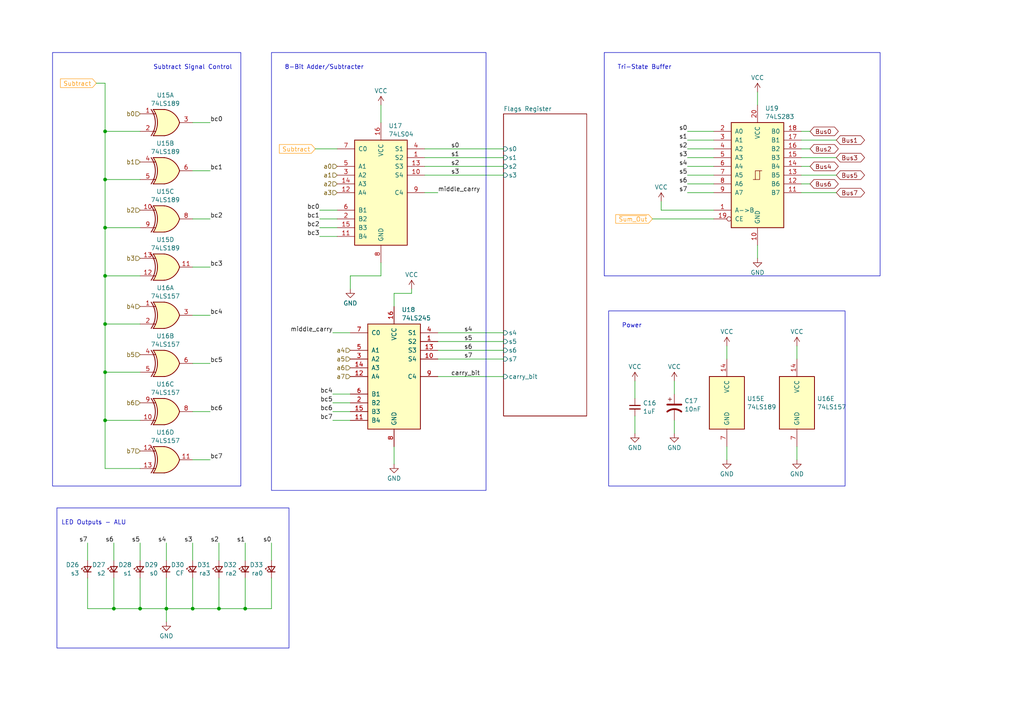
<source format=kicad_sch>
(kicad_sch (version 20230121) (generator eeschema)
  (paper "A4")
  (title_block (title "ALU") (date "2024-01-18") (rev "1.0"))
  (lib_symbols
    (symbol "74xx:74LS245" (pin_names (offset 1.016))
      (property "Reference" "U14" (at 2.1941 19.3843 0))
      (property "Value" "74LS245" (at 2.1941 16.9601 0))
      (symbol "74LS245_1_0"
        (polyline (pts (xy -0.635 -1.27) (xy -0.635 1.27) (xy 0.635 1.27)))
        (polyline (pts (xy -1.27 -1.27) (xy 0.635 -1.27) (xy 0.635 1.27) (xy 1.27 1.27)))
        (pin input line (at -12.7 -10.16 0) (length 5.08) (name "A->B") (number "1"))
        (pin power_in line (at 0 -20.32 90) (length 5.08) (name "GND") (number "10"))
        (pin tri_state line (at 12.7 -5.08 180) (length 5.08) (name "B7") (number "11"))
        (pin tri_state line (at 12.7 -2.54 180) (length 5.08) (name "B6") (number "12"))
        (pin tri_state line (at 12.7 0 180) (length 5.08) (name "B5") (number "13"))
        (pin tri_state line (at 12.7 2.54 180) (length 5.08) (name "B4") (number "14"))
        (pin tri_state line (at 12.7 5.08 180) (length 5.08) (name "B3") (number "15"))
        (pin tri_state line (at 12.7 7.62 180) (length 5.08) (name "B2") (number "16"))
        (pin tri_state line (at 12.7 10.16 180) (length 5.08) (name "B1") (number "17"))
        (pin tri_state line (at 12.7 12.7 180) (length 5.08) (name "B0") (number "18"))
        (pin input inverted (at -12.7 -12.7 0) (length 5.08) (name "CE") (number "19"))
        (pin input line (at -12.7 12.7 0) (length 5.08) (name "A0") (number "2"))
        (pin power_in line (at 0 20.32 270) (length 5.08) (name "VCC") (number "20"))
        (pin input line (at -12.7 10.16 0) (length 5.08) (name "A1") (number "3"))
        (pin input line (at -12.7 7.62 0) (length 5.08) (name "A2") (number "4"))
        (pin input line (at -12.7 5.08 0) (length 5.08) (name "A3") (number "5"))
        (pin input line (at -12.7 2.54 0) (length 5.08) (name "A4") (number "6"))
        (pin input line (at -12.7 0 0) (length 5.08) (name "A5") (number "7"))
        (pin input line (at -12.7 -2.54 0) (length 5.08) (name "A6") (number "8"))
        (pin input line (at -12.7 -5.08 0) (length 5.08) (name "A7") (number "9"))
      )
      (symbol "74LS245_1_1"
        (rectangle (start -7.62 15.24) (end 7.62 -15.24) (stroke (width 0.254)) (fill (type background)))
      )
    )
    (symbol "74xx:74LS283" (pin_names (offset 1.016))
      (property "Reference" "U" (at -7.62 16.51 0))
      (property "Value" "74LS283" (at -7.62 -16.51 0))
      (symbol "74LS283_1_0"
        (pin output line (at 12.7 10.16 180) (length 5.08) (name "S2") (number "1"))
        (pin output line (at 12.7 5.08 180) (length 5.08) (name "S4") (number "10"))
        (pin input line (at -12.7 -12.7 0) (length 5.08) (name "B4") (number "11"))
        (pin input line (at -12.7 0 0) (length 5.08) (name "A4") (number "12"))
        (pin output line (at 12.7 7.62 180) (length 5.08) (name "S3") (number "13"))
        (pin input line (at -12.7 2.54 0) (length 5.08) (name "A3") (number "14"))
        (pin input line (at -12.7 -10.16 0) (length 5.08) (name "B3") (number "15"))
        (pin power_in line (at 0 20.32 270) (length 5.08) (name "VCC") (number "16"))
        (pin input line (at -12.7 -7.62 0) (length 5.08) (name "B2") (number "2"))
        (pin input line (at -12.7 5.08 0) (length 5.08) (name "A2") (number "3"))
        (pin output line (at 12.7 12.7 180) (length 5.08) (name "S1") (number "4"))
        (pin input line (at -12.7 7.62 0) (length 5.08) (name "A1") (number "5"))
        (pin input line (at -12.7 -5.08 0) (length 5.08) (name "B1") (number "6"))
        (pin input line (at -12.7 12.7 0) (length 5.08) (name "C0") (number "7"))
        (pin power_in line (at 0 -20.32 90) (length 5.08) (name "GND") (number "8"))
        (pin output line (at 12.7 0 180) (length 5.08) (name "C4") (number "9"))
      )
      (symbol "74LS283_1_1"
        (rectangle (start -7.62 15.24) (end 7.62 -15.24) (stroke (width 0.254)) (fill (type background)))
      )
    )
    (symbol "74xx:74LS86" (pin_names (offset 1.016))
      (property "Reference" "U" (at 0 1.27 0))
      (property "Value" "74LS86" (at 0 -1.27 0))
      (symbol "74LS86_1_0"
        (arc (start -4.4196 -3.81) (mid -3.2033 0) (end -4.4196 3.81) (stroke (width 0.254)))
        (arc (start -3.81 -3.81) (mid -2.589 0) (end -3.81 3.81) (stroke (width 0.254)))
        (arc (start -0.6096 -3.81) (mid 2.1842 -2.5851) (end 3.81 0) (stroke (width 0.254)) (fill (type background)))
        (polyline (pts (xy -3.81 -3.81) (xy -0.635 -3.81)) (stroke (width 0.254)) (fill (type background)))
        (polyline (pts (xy -3.81 3.81) (xy -0.635 3.81)) (stroke (width 0.254)) (fill (type background)))
        (polyline (pts (xy -0.635 3.81) (xy -3.81 3.81) (xy -3.81 3.81) (xy -3.556 3.4036) (xy -3.0226 2.2606) (xy -2.6924 1.0414) (xy -2.6162 -0.254) (xy -2.7686 -1.4986) (xy -3.175 -2.7178) (xy -3.81 -3.81) (xy -3.81 -3.81) (xy -0.635 -3.81)) (stroke (width -25.4)) (fill (type background)))
        (arc (start 3.81 0) (mid 2.1915 2.5936) (end -0.6096 3.81) (stroke (width 0.254)) (fill (type background)))
        (pin input line (at -7.62 2.54 0) (length 4.445) (name "~") (number "1"))
        (pin input line (at -7.62 -2.54 0) (length 4.445) (name "~") (number "2"))
        (pin output line (at 7.62 0 180) (length 3.81) (name "~") (number "3"))
      )
      (symbol "74LS86_1_1"
        (polyline (pts (xy -3.81 -2.54) (xy -3.175 -2.54)) (stroke (width 0.1524)))
        (polyline (pts (xy -3.81 2.54) (xy -3.175 2.54)) (stroke (width 0.1524)))
      )
      (symbol "74LS86_2_0"
        (arc (start -4.4196 -3.81) (mid -3.2033 0) (end -4.4196 3.81) (stroke (width 0.254)))
        (arc (start -3.81 -3.81) (mid -2.589 0) (end -3.81 3.81) (stroke (width 0.254)))
        (arc (start -0.6096 -3.81) (mid 2.1842 -2.5851) (end 3.81 0) (stroke (width 0.254)) (fill (type background)))
        (polyline (pts (xy -3.81 -3.81) (xy -0.635 -3.81)) (stroke (width 0.254)) (fill (type background)))
        (polyline (pts (xy -3.81 3.81) (xy -0.635 3.81)) (stroke (width 0.254)) (fill (type background)))
        (polyline (pts (xy -0.635 3.81) (xy -3.81 3.81) (xy -3.81 3.81) (xy -3.556 3.4036) (xy -3.0226 2.2606) (xy -2.6924 1.0414) (xy -2.6162 -0.254) (xy -2.7686 -1.4986) (xy -3.175 -2.7178) (xy -3.81 -3.81) (xy -3.81 -3.81) (xy -0.635 -3.81)) (stroke (width -25.4)) (fill (type background)))
        (arc (start 3.81 0) (mid 2.1915 2.5936) (end -0.6096 3.81) (stroke (width 0.254)) (fill (type background)))
        (pin input line (at -7.62 2.54 0) (length 4.445) (name "~") (number "4"))
        (pin input line (at -7.62 -2.54 0) (length 4.445) (name "~") (number "5"))
        (pin output line (at 7.62 0 180) (length 3.81) (name "~") (number "6"))
      )
      (symbol "74LS86_2_1"
        (polyline (pts (xy -3.81 -2.54) (xy -3.175 -2.54)) (stroke (width 0.1524)))
        (polyline (pts (xy -3.81 2.54) (xy -3.175 2.54)) (stroke (width 0.1524)))
      )
      (symbol "74LS86_3_0"
        (arc (start -4.4196 -3.81) (mid -3.2033 0) (end -4.4196 3.81) (stroke (width 0.254)))
        (arc (start -3.81 -3.81) (mid -2.589 0) (end -3.81 3.81) (stroke (width 0.254)))
        (arc (start -0.6096 -3.81) (mid 2.1842 -2.5851) (end 3.81 0) (stroke (width 0.254)) (fill (type background)))
        (polyline (pts (xy -3.81 -3.81) (xy -0.635 -3.81)) (stroke (width 0.254)) (fill (type background)))
        (polyline (pts (xy -3.81 3.81) (xy -0.635 3.81)) (stroke (width 0.254)) (fill (type background)))
        (polyline (pts (xy -0.635 3.81) (xy -3.81 3.81) (xy -3.81 3.81) (xy -3.556 3.4036) (xy -3.0226 2.2606) (xy -2.6924 1.0414) (xy -2.6162 -0.254) (xy -2.7686 -1.4986) (xy -3.175 -2.7178) (xy -3.81 -3.81) (xy -3.81 -3.81) (xy -0.635 -3.81)) (stroke (width -25.4)) (fill (type background)))
        (arc (start 3.81 0) (mid 2.1915 2.5936) (end -0.6096 3.81) (stroke (width 0.254)) (fill (type background)))
        (pin input line (at -7.62 -2.54 0) (length 4.445) (name "~") (number "10"))
        (pin output line (at 7.62 0 180) (length 3.81) (name "~") (number "8"))
        (pin input line (at -7.62 2.54 0) (length 4.445) (name "~") (number "9"))
      )
      (symbol "74LS86_3_1"
        (polyline (pts (xy -3.81 -2.54) (xy -3.175 -2.54)) (stroke (width 0.1524)))
        (polyline (pts (xy -3.81 2.54) (xy -3.175 2.54)) (stroke (width 0.1524)))
      )
      (symbol "74LS86_4_0"
        (arc (start -4.4196 -3.81) (mid -3.2033 0) (end -4.4196 3.81) (stroke (width 0.254)))
        (arc (start -3.81 -3.81) (mid -2.589 0) (end -3.81 3.81) (stroke (width 0.254)))
        (arc (start -0.6096 -3.81) (mid 2.1842 -2.5851) (end 3.81 0) (stroke (width 0.254)) (fill (type background)))
        (polyline (pts (xy -3.81 -3.81) (xy -0.635 -3.81)) (stroke (width 0.254)) (fill (type background)))
        (polyline (pts (xy -3.81 3.81) (xy -0.635 3.81)) (stroke (width 0.254)) (fill (type background)))
        (polyline (pts (xy -0.635 3.81) (xy -3.81 3.81) (xy -3.81 3.81) (xy -3.556 3.4036) (xy -3.0226 2.2606) (xy -2.6924 1.0414) (xy -2.6162 -0.254) (xy -2.7686 -1.4986) (xy -3.175 -2.7178) (xy -3.81 -3.81) (xy -3.81 -3.81) (xy -0.635 -3.81)) (stroke (width -25.4)) (fill (type background)))
        (arc (start 3.81 0) (mid 2.1915 2.5936) (end -0.6096 3.81) (stroke (width 0.254)) (fill (type background)))
        (pin output line (at 7.62 0 180) (length 3.81) (name "~") (number "11"))
        (pin input line (at -7.62 2.54 0) (length 4.445) (name "~") (number "12"))
        (pin input line (at -7.62 -2.54 0) (length 4.445) (name "~") (number "13"))
      )
      (symbol "74LS86_4_1"
        (polyline (pts (xy -3.81 -2.54) (xy -3.175 -2.54)) (stroke (width 0.1524)))
        (polyline (pts (xy -3.81 2.54) (xy -3.175 2.54)) (stroke (width 0.1524)))
      )
      (symbol "74LS86_5_0"
        (pin power_in line (at 0 12.7 270) (length 5.08) (name "VCC") (number "14"))
        (pin power_in line (at 0 -12.7 90) (length 5.08) (name "GND") (number "7"))
      )
      (symbol "74LS86_5_1"
        (rectangle (start -5.08 7.62) (end 5.08 -7.62) (stroke (width 0.254)) (fill (type background)))
      )
    )
    (symbol "Device:C_Polarized_US" (pin_numbers hide) (pin_names (offset 0.254) hide)
      (property "Reference" "C" (at 0.635 2.54 0))
      (property "Value" "C_Polarized_US" (at 0.635 -2.54 0))
      (symbol "C_Polarized_US_0_1"
        (polyline (pts (xy -2.032 0.762) (xy 2.032 0.762)) (stroke (width 0.508)))
        (polyline (pts (xy -1.778 2.286) (xy -0.762 2.286)))
        (polyline (pts (xy -1.27 1.778) (xy -1.27 2.794)))
        (arc (start 2.032 -1.27) (mid 0 -0.5572) (end -2.032 -1.27) (stroke (width 0.508)))
      )
      (symbol "C_Polarized_US_1_1"
        (pin passive line (at 0 3.81 270) (length 2.794) (name "~") (number "1"))
        (pin passive line (at 0 -3.81 90) (length 3.302) (name "~") (number "2"))
      )
    )
    (symbol "Device:C_Small" (pin_numbers hide) (pin_names (offset 0.254) hide)
      (property "Reference" "C" (at 0.254 1.778 0))
      (property "Value" "C_Small" (at 0.254 -2.032 0))
      (symbol "C_Small_0_1"
        (polyline (pts (xy -1.524 -0.508) (xy 1.524 -0.508)) (stroke (width 0.3302)))
        (polyline (pts (xy -1.524 0.508) (xy 1.524 0.508)) (stroke (width 0.3048)))
      )
      (symbol "C_Small_1_1"
        (pin passive line (at 0 2.54 270) (length 2.032) (name "~") (number "1"))
        (pin passive line (at 0 -2.54 90) (length 2.032) (name "~") (number "2"))
      )
    )
    (symbol "Device:LED_Small" (pin_numbers hide) (pin_names (offset 0.254) hide)
      (property "Reference" "D" (at -1.27 3.175 0))
      (property "Value" "LED_Small" (at -4.445 -2.54 0))
      (symbol "LED_Small_0_1"
        (polyline (pts (xy -0.762 -1.016) (xy -0.762 1.016)) (stroke (width 0.254)))
        (polyline (pts (xy 1.016 0) (xy -0.762 0)))
        (polyline (pts (xy 0.762 -1.016) (xy -0.762 0) (xy 0.762 1.016) (xy 0.762 -1.016)) (stroke (width 0.254)))
        (polyline (pts (xy 0 0.762) (xy -0.508 1.27) (xy -0.254 1.27) (xy -0.508 1.27) (xy -0.508 1.016)))
        (polyline (pts (xy 0.508 1.27) (xy 0 1.778) (xy 0.254 1.778) (xy 0 1.778) (xy 0 1.524)))
      )
      (symbol "LED_Small_1_1"
        (pin passive line (at -2.54 0 0) (length 1.778) (name "K") (number "1"))
        (pin passive line (at 2.54 0 180) (length 1.778) (name "A") (number "2"))
      )
    )
    (symbol "power:GND" (power) (pin_names (offset 0))
      (property "Value" "GND" (at 0 -3.81 0))
      (symbol "GND_0_1"
        (polyline (pts (xy 0 0) (xy 0 -1.27) (xy 1.27 -1.27) (xy 0 -2.54) (xy -1.27 -1.27) (xy 0 -1.27)))
      )
      (symbol "GND_1_1"
        (pin power_in line (at 0 0 270) (length 0) hide (name "GND") (number "1"))
      )
    )
    (symbol "power:VCC" (power) (pin_names (offset 0))
      (property "Value" "VCC" (at 0 3.81 0))
      (symbol "VCC_0_1"
        (polyline (pts (xy -0.762 1.27) (xy 0 2.54)))
        (polyline (pts (xy 0 0) (xy 0 2.54)))
        (polyline (pts (xy 0 2.54) (xy 0.762 1.27)))
      )
      (symbol "VCC_1_1"
        (pin power_in line (at 0 0 90) (length 0) hide (name "VCC") (number "1"))
      )
    )
  )
  (junction (at 71.12 176.53))
  (junction (at 30.48 52.07))
  (junction (at 55.88 176.53))
  (junction (at 30.48 121.92))
  (junction (at 33.02 176.53))
  (junction (at 48.26 176.53))
  (junction (at 30.48 38.1))
  (junction (at 30.48 80.01))
  (junction (at 30.48 93.98))
  (junction (at 40.64 176.53))
  (junction (at 63.5 176.53))
  (junction (at 30.48 66.04))
  (junction (at 30.48 107.95))
  (wire (pts (xy 219.71 71.12) (xy 219.71 74.93)))
  (wire (pts (xy 110.49 80.01) (xy 110.49 76.2)))
  (wire (pts (xy 119.38 83.82) (xy 119.38 85.09)))
  (wire (pts (xy 101.6 116.84) (xy 96.52 116.84)))
  (wire (pts (xy 40.64 93.98) (xy 30.48 93.98)))
  (wire (pts (xy 78.74 157.48) (xy 78.74 162.56)))
  (wire (pts (xy 184.15 120.65) (xy 184.15 125.73)))
  (wire (pts (xy 207.01 48.26) (xy 199.39 48.26)))
  (wire (pts (xy 219.71 26.67) (xy 219.71 30.48)))
  (wire (pts (xy 210.82 129.54) (xy 210.82 133.35)))
  (wire (pts (xy 25.4 167.64) (xy 25.4 176.53)))
  (wire (pts (xy 207.01 53.34) (xy 199.39 53.34)))
  (wire (pts (xy 207.01 38.1) (xy 199.39 38.1)))
  (wire (pts (xy 40.64 107.95) (xy 30.48 107.95)))
  (wire (pts (xy 127 109.22) (xy 146.05 109.22)))
  (wire (pts (xy 30.48 24.13) (xy 30.48 38.1)))
  (wire (pts (xy 101.6 80.01) (xy 101.6 83.82)))
  (wire (pts (xy 63.5 157.48) (xy 63.5 162.56)))
  (wire (pts (xy 48.26 176.53) (xy 48.26 180.34)))
  (wire (pts (xy 91.44 43.18) (xy 97.79 43.18)))
  (wire (pts (xy 123.19 50.8) (xy 146.05 50.8)))
  (wire (pts (xy 55.88 49.53) (xy 60.96 49.53)))
  (wire (pts (xy 97.79 63.5) (xy 92.71 63.5)))
  (wire (pts (xy 63.5 167.64) (xy 63.5 176.53)))
  (wire (pts (xy 33.02 167.64) (xy 33.02 176.53)))
  (wire (pts (xy 189.23 63.5) (xy 207.01 63.5)))
  (wire (pts (xy 55.88 133.35) (xy 60.96 133.35)))
  (wire (pts (xy 114.3 85.09) (xy 114.3 88.9)))
  (wire (pts (xy 97.79 66.04) (xy 92.71 66.04)))
  (wire (pts (xy 232.41 38.1) (xy 234.95 38.1)))
  (wire (pts (xy 123.19 45.72) (xy 146.05 45.72)))
  (wire (pts (xy 127 99.06) (xy 146.05 99.06)))
  (wire (pts (xy 232.41 40.64) (xy 242.57 40.64)))
  (wire (pts (xy 231.14 129.54) (xy 231.14 133.35)))
  (wire (pts (xy 33.02 176.53) (xy 25.4 176.53)))
  (wire (pts (xy 27.94 24.13) (xy 30.48 24.13)))
  (wire (pts (xy 40.64 157.48) (xy 40.64 162.56)))
  (wire (pts (xy 71.12 176.53) (xy 63.5 176.53)))
  (wire (pts (xy 40.64 176.53) (xy 33.02 176.53)))
  (wire (pts (xy 25.4 157.48) (xy 25.4 162.56)))
  (wire (pts (xy 55.88 157.48) (xy 55.88 162.56)))
  (wire (pts (xy 30.48 121.92) (xy 30.48 107.95)))
  (wire (pts (xy 55.88 77.47) (xy 60.96 77.47)))
  (wire (pts (xy 232.41 55.88) (xy 242.57 55.88)))
  (wire (pts (xy 40.64 80.01) (xy 30.48 80.01)))
  (wire (pts (xy 232.41 48.26) (xy 234.95 48.26)))
  (wire (pts (xy 30.48 107.95) (xy 30.48 93.98)))
  (wire (pts (xy 195.58 121.92) (xy 195.58 125.73)))
  (wire (pts (xy 123.19 48.26) (xy 146.05 48.26)))
  (wire (pts (xy 71.12 167.64) (xy 71.12 176.53)))
  (wire (pts (xy 55.88 91.44) (xy 60.96 91.44)))
  (wire (pts (xy 55.88 119.38) (xy 60.96 119.38)))
  (wire (pts (xy 119.38 85.09) (xy 114.3 85.09)))
  (wire (pts (xy 40.64 38.1) (xy 30.48 38.1)))
  (wire (pts (xy 97.79 60.96) (xy 92.71 60.96)))
  (wire (pts (xy 207.01 50.8) (xy 199.39 50.8)))
  (wire (pts (xy 40.64 167.64) (xy 40.64 176.53)))
  (wire (pts (xy 55.88 63.5) (xy 60.96 63.5)))
  (wire (pts (xy 30.48 135.89) (xy 30.48 121.92)))
  (wire (pts (xy 48.26 176.53) (xy 40.64 176.53)))
  (wire (pts (xy 210.82 100.33) (xy 210.82 104.14)))
  (wire (pts (xy 30.48 93.98) (xy 30.48 80.01)))
  (wire (pts (xy 127 101.6) (xy 146.05 101.6)))
  (wire (pts (xy 127 104.14) (xy 146.05 104.14)))
  (wire (pts (xy 40.64 121.92) (xy 30.48 121.92)))
  (wire (pts (xy 78.74 167.64) (xy 78.74 176.53)))
  (wire (pts (xy 232.41 45.72) (xy 242.57 45.72)))
  (wire (pts (xy 55.88 105.41) (xy 60.96 105.41)))
  (wire (pts (xy 101.6 119.38) (xy 96.52 119.38)))
  (wire (pts (xy 55.88 35.56) (xy 60.96 35.56)))
  (wire (pts (xy 48.26 167.64) (xy 48.26 176.53)))
  (wire (pts (xy 101.6 121.92) (xy 96.52 121.92)))
  (wire (pts (xy 207.01 45.72) (xy 199.39 45.72)))
  (wire (pts (xy 55.88 167.64) (xy 55.88 176.53)))
  (wire (pts (xy 195.58 110.49) (xy 195.58 114.3)))
  (wire (pts (xy 30.48 52.07) (xy 30.48 38.1)))
  (wire (pts (xy 63.5 176.53) (xy 55.88 176.53)))
  (wire (pts (xy 30.48 66.04) (xy 40.64 66.04)))
  (wire (pts (xy 207.01 40.64) (xy 199.39 40.64)))
  (wire (pts (xy 101.6 114.3) (xy 96.52 114.3)))
  (wire (pts (xy 48.26 157.48) (xy 48.26 162.56)))
  (wire (pts (xy 71.12 157.48) (xy 71.12 162.56)))
  (wire (pts (xy 207.01 43.18) (xy 199.39 43.18)))
  (wire (pts (xy 40.64 135.89) (xy 30.48 135.89)))
  (wire (pts (xy 97.79 68.58) (xy 92.71 68.58)))
  (wire (pts (xy 184.15 110.49) (xy 184.15 115.57)))
  (wire (pts (xy 123.19 55.88) (xy 127 55.88)))
  (wire (pts (xy 207.01 55.88) (xy 199.39 55.88)))
  (wire (pts (xy 78.74 176.53) (xy 71.12 176.53)))
  (wire (pts (xy 231.14 100.33) (xy 231.14 104.14)))
  (wire (pts (xy 127 96.52) (xy 146.05 96.52)))
  (wire (pts (xy 101.6 96.52) (xy 96.52 96.52)))
  (wire (pts (xy 123.19 43.18) (xy 146.05 43.18)))
  (wire (pts (xy 30.48 66.04) (xy 30.48 80.01)))
  (wire (pts (xy 33.02 157.48) (xy 33.02 162.56)))
  (wire (pts (xy 110.49 30.48) (xy 110.49 35.56)))
  (wire (pts (xy 191.77 60.96) (xy 191.77 58.42)))
  (wire (pts (xy 30.48 52.07) (xy 30.48 66.04)))
  (wire (pts (xy 232.41 43.18) (xy 234.95 43.18)))
  (wire (pts (xy 101.6 80.01) (xy 110.49 80.01)))
  (wire (pts (xy 55.88 176.53) (xy 48.26 176.53)))
  (wire (pts (xy 232.41 53.34) (xy 234.95 53.34)))
  (wire (pts (xy 40.64 52.07) (xy 30.48 52.07)))
  (wire (pts (xy 232.41 50.8) (xy 242.57 50.8)))
  (wire (pts (xy 207.01 60.96) (xy 191.77 60.96)))
  (wire (pts (xy 114.3 129.54) (xy 114.3 134.62)))
  (rectangle (start 15.24 15.24) (end 69.85 140.97))
  (rectangle (start 16.51 147.32) (end 83.82 187.96))
  (rectangle (start 78.74 15.24) (end 140.97 142.24))
  (rectangle (start 176.53 90.17) (end 245.11 140.97))
  (rectangle (start 175.26 15.24) (end 255.27 80.01))
  (text "Power" (at 180.34 95.25 0) (effects (font (size 1.27 1.27)) (justify left bottom)))
  (text "Subtract Signal Control" (at 44.45 20.32 0) (effects (font (size 1.27 1.27)) (justify left bottom)))
  (text "8-Bit Adder/Subtracter" (at 82.55 20.32 0) (effects (font (size 1.27 1.27)) (justify left bottom)))
  (text "LED Outputs - ALU\n" (at 17.78 152.4 0) (effects (font (size 1.27 1.27)) (justify left bottom)))
  (text "Tri-State Buffer" (at 179.07 20.32 0) (effects (font (size 1.27 1.27)) (justify left bottom)))
  (label "bc1" (at 60.96 49.53 0))
  (label "bc7" (at 60.96 133.35 0))
  (label "s4" (at 199.39 48.26 180))
  (label "s0" (at 199.39 38.1 180))
  (label "bc0" (at 92.71 60.96 180))
  (label "s6" (at 33.02 157.48 180))
  (label "bc6" (at 96.52 119.38 180))
  (label "bc2" (at 60.96 63.5 0))
  (label "s2" (at 199.39 43.18 180))
  (label "bc3" (at 92.71 68.58 180))
  (label "bc2" (at 92.71 66.04 180))
  (label "s3" (at 199.39 45.72 180))
  (label "s0" (at 78.74 157.48 180))
  (label "s2" (at 130.81 48.26 0))
  (label "s3" (at 130.81 50.8 0))
  (label "s4" (at 134.62 96.52 0))
  (label "s5" (at 134.62 99.06 0))
  (label "bc1" (at 92.71 63.5 180))
  (label "bc3" (at 60.96 77.47 0))
  (label "s1" (at 71.12 157.48 180))
  (label "middle_carry" (at 96.52 96.52 180))
  (label "middle_carry" (at 127 55.88 0))
  (label "bc4" (at 96.52 114.3 180))
  (label "s3" (at 55.88 157.48 180))
  (label "s7" (at 25.4 157.48 180))
  (label "carry_bit" (at 130.81 109.22 0))
  (label "bc5" (at 96.52 116.84 180))
  (label "s6" (at 199.39 53.34 180))
  (label "s5" (at 199.39 50.8 180))
  (label "bc4" (at 60.96 91.44 0))
  (label "s7" (at 134.62 104.14 0))
  (label "s1" (at 130.81 45.72 0))
  (label "bc0" (at 60.96 35.56 0))
  (label "s5" (at 40.64 157.48 180))
  (label "bc5" (at 60.96 105.41 0))
  (label "s4" (at 48.26 157.48 180))
  (label "s6" (at 134.62 101.6 0))
  (label "s7" (at 199.39 55.88 180))
  (label "s2" (at 63.5 157.48 180))
  (label "bc6" (at 60.96 119.38 0))
  (label "s1" (at 199.39 40.64 180))
  (label "s0" (at 130.81 43.18 0))
  (label "bc7" (at 96.52 121.92 180))
  (global_label "~{Sum_Out}" (shape input) (at 189.23 63.5 180) (property "Intersheetrefs" "${INTERSHEET_REFS}" (effects hide)))
  (global_label "Bus7" (shape tri_state) (at 242.57 55.88 0) (property "Intersheetrefs" "${INTERSHEET_REFS}" (effects hide)))
  (global_label "Bus6" (shape tri_state) (at 234.95 53.34 0) (property "Intersheetrefs" "${INTERSHEET_REFS}" (effects hide)))
  (global_label "Bus3" (shape tri_state) (at 242.57 45.72 0) (property "Intersheetrefs" "${INTERSHEET_REFS}" (effects hide)))
  (global_label "Bus5" (shape tri_state) (at 242.57 50.8 0) (property "Intersheetrefs" "${INTERSHEET_REFS}" (effects hide)))
  (global_label "Bus2" (shape tri_state) (at 234.95 43.18 0) (property "Intersheetrefs" "${INTERSHEET_REFS}" (effects hide)))
  (global_label "Subtract" (shape input) (at 27.94 24.13 180) (property "Intersheetrefs" "${INTERSHEET_REFS}" (effects hide)))
  (global_label "Bus0" (shape tri_state) (at 234.95 38.1 0) (property "Intersheetrefs" "${INTERSHEET_REFS}" (effects hide)))
  (global_label "Bus1" (shape tri_state) (at 242.57 40.64 0) (property "Intersheetrefs" "${INTERSHEET_REFS}" (effects hide)))
  (global_label "Bus4" (shape tri_state) (at 234.95 48.26 0) (property "Intersheetrefs" "${INTERSHEET_REFS}" (effects hide)))
  (global_label "Subtract" (shape input) (at 91.44 43.18 180) (property "Intersheetrefs" "${INTERSHEET_REFS}" (effects hide)))
  (hierarchical_label "a6" (shape input) (at 101.6 106.68 180))
  (hierarchical_label "b2" (shape input) (at 40.64 60.96 180))
  (hierarchical_label "b4" (shape input) (at 40.64 88.9 180))
  (hierarchical_label "a3" (shape input) (at 97.79 55.88 180))
  (hierarchical_label "a1" (shape input) (at 97.79 50.8 180))
  (hierarchical_label "b1" (shape input) (at 40.64 46.99 180))
  (hierarchical_label "a2" (shape input) (at 97.79 53.34 180))
  (hierarchical_label "b3" (shape input) (at 40.64 74.93 180))
  (hierarchical_label "a4" (shape input) (at 101.6 101.6 180))
  (hierarchical_label "b7" (shape input) (at 40.64 130.81 180))
  (hierarchical_label "a0" (shape input) (at 97.79 48.26 180))
  (hierarchical_label "b0" (shape input) (at 40.64 33.02 180))
  (hierarchical_label "b6" (shape input) (at 40.64 116.84 180))
  (hierarchical_label "b5" (shape input) (at 40.64 102.87 180))
  (hierarchical_label "a7" (shape input) (at 101.6 109.22 180))
  (hierarchical_label "a5" (shape input) (at 101.6 104.14 180))
  (symbol (lib_id "Device:LED_Small") (at 55.88 165.1 90) (unit 1)
    (property "Reference" "D30" (at 53.467 163.8244 90) (effects (justify left)))
    (property "Value" "CF" (at 53.467 166.2486 90) (effects (justify left)))
    (property "Footprint" "LED_THT:LED_D5.0mm" (effects hide))
  )
  (symbol (lib_id "74xx:74LS86") (at 231.14 116.84 0) (unit 5)
    (property "Reference" "U16" (at 236.982 115.6279 0) (effects (justify left)))
    (property "Value" "74LS157" (at 236.982 118.0521 0) (effects (justify left)))
    (property "Footprint" "Package_DIP:DIP-16_W7.62mm" (effects hide))
    (property "Datasheet" "74xx/74ls86.pdf" (effects hide))
  )
  (symbol (lib_id "Device:LED_Small") (at 40.64 165.1 90) (unit 1)
    (property "Reference" "D28" (at 38.227 163.8244 90) (effects (justify left)))
    (property "Value" "s1" (at 38.227 166.2486 90) (effects (justify left)))
    (property "Footprint" "LED_THT:LED_D5.0mm" (effects hide))
  )
  (symbol (lib_id "Device:C_Polarized_US") (at 195.58 118.11 0) (unit 1)
    (property "Reference" "C17" (at 198.501 116.2629 0) (effects (justify left)))
    (property "Value" "10nF" (at 198.501 118.6871 0) (effects (justify left)))
    (property "Footprint" "Capacitor_THT:C_Disc_D3.4mm_W2.1mm_P2.50mm" (effects hide))
  )
  (symbol (lib_id "74xx:74LS86") (at 48.26 119.38 0) (unit 3)
    (property "Reference" "U16" (at 47.9552 111.4257 0))
    (property "Value" "74LS157" (at 47.9552 113.8499 0))
    (property "Footprint" "Package_DIP:DIP-16_W7.62mm" (effects hide))
    (property "Datasheet" "74xx/74ls86.pdf" (effects hide))
  )
  (symbol (lib_id "74xx:74LS86") (at 48.26 105.41 0) (unit 2)
    (property "Reference" "U16" (at 47.9552 97.4557 0))
    (property "Value" "74LS157" (at 47.9552 99.8799 0))
    (property "Footprint" "Package_DIP:DIP-16_W7.62mm" (effects hide))
    (property "Datasheet" "74xx/74ls86.pdf" (effects hide))
  )
  (symbol (lib_id "power:VCC") (at 191.77 58.42 0) (unit 1)
    (property "Reference" "#PWR084" (effects hide))
    (property "Value" "VCC" (at 191.77 54.2869 0))
  )
  (symbol (lib_id "power:GND") (at 101.6 83.82 0) (unit 1)
    (property "Reference" "#PWR078" (effects hide))
    (property "Value" "GND" (at 101.6 87.9531 0))
  )
  (symbol (lib_id "Device:C_Small") (at 184.15 118.11 0) (unit 1)
    (property "Reference" "C16" (at 186.4741 116.9042 0) (effects (justify left)))
    (property "Value" "1uF" (at 186.4741 119.3284 0) (effects (justify left)))
    (property "Footprint" "Capacitor_THT:CP_Radial_D4.0mm_P2.00mm" (effects hide))
  )
  (symbol (lib_id "74xx:74LS283") (at 114.3 109.22 0) (unit 1)
    (property "Reference" "U18" (at 116.4941 89.8357 0) (effects (justify left)))
    (property "Value" "74LS245" (at 116.4941 92.2599 0) (effects (justify left)))
    (property "Footprint" "Package_DIP:DIP-20_W7.62mm" (effects hide))
    (property "Datasheet" "http://www.ti.com/lit/gpn/sn74LS283" (effects hide))
  )
  (symbol (lib_id "power:GND") (at 219.71 74.93 0) (unit 1)
    (property "Reference" "#PWR090" (effects hide))
    (property "Value" "GND" (at 219.71 79.0631 0))
  )
  (symbol (lib_id "74xx:74LS86") (at 48.26 49.53 0) (unit 2)
    (property "Reference" "U15" (at 47.9552 41.5757 0))
    (property "Value" "74LS189" (at 47.9552 43.9999 0))
    (property "Footprint" "Package_DIP:DIP-16_W7.62mm" (effects hide))
    (property "Datasheet" "74xx/74ls86.pdf" (effects hide))
  )
  (symbol (lib_id "power:GND") (at 195.58 125.73 0) (unit 1)
    (property "Reference" "#PWR086" (effects hide))
    (property "Value" "GND" (at 195.58 129.8631 0))
  )
  (symbol (lib_id "74xx:74LS86") (at 48.26 63.5 0) (mirror x) (unit 3)
    (property "Reference" "U15" (at 47.9552 55.5457 0))
    (property "Value" "74LS189" (at 47.9552 57.9699 0))
    (property "Footprint" "Package_DIP:DIP-16_W7.62mm" (effects hide))
    (property "Datasheet" "74xx/74ls86.pdf" (effects hide))
  )
  (symbol (lib_id "power:VCC") (at 231.14 100.33 0) (unit 1)
    (property "Reference" "#PWR091" (effects hide))
    (property "Value" "VCC" (at 231.14 96.1969 0))
  )
  (symbol (lib_id "74xx:74LS86") (at 210.82 116.84 0) (unit 5)
    (property "Reference" "U15" (at 216.662 115.6279 0) (effects (justify left)))
    (property "Value" "74LS189" (at 216.662 118.0521 0) (effects (justify left)))
    (property "Footprint" "Package_DIP:DIP-16_W7.62mm" (effects hide))
    (property "Datasheet" "74xx/74ls86.pdf" (effects hide))
  )
  (symbol (lib_id "power:VCC") (at 210.82 100.33 0) (unit 1)
    (property "Reference" "#PWR087" (effects hide))
    (property "Value" "VCC" (at 210.82 96.1969 0))
  )
  (symbol (lib_id "74xx:74LS86") (at 48.26 133.35 0) (unit 4)
    (property "Reference" "U16" (at 47.9552 125.3957 0))
    (property "Value" "74LS157" (at 47.9552 127.8199 0))
    (property "Footprint" "Package_DIP:DIP-16_W7.62mm" (effects hide))
    (property "Datasheet" "74xx/74ls86.pdf" (effects hide))
  )
  (symbol (lib_id "74xx:74LS283") (at 110.49 55.88 0) (unit 1)
    (property "Reference" "U17" (at 112.6841 36.4957 0) (effects (justify left)))
    (property "Value" "74LS04" (at 112.6841 38.9199 0) (effects (justify left)))
    (property "Footprint" "Package_DIP:DIP-14_W7.62mm" (effects hide))
    (property "Datasheet" "http://www.ti.com/lit/gpn/sn74LS283" (effects hide))
  )
  (symbol (lib_id "74xx:74LS86") (at 48.26 77.47 0) (mirror x) (unit 4)
    (property "Reference" "U15" (at 47.9552 69.5157 0))
    (property "Value" "74LS189" (at 47.9552 71.9399 0))
    (property "Footprint" "Package_DIP:DIP-16_W7.62mm" (effects hide))
    (property "Datasheet" "74xx/74ls86.pdf" (effects hide))
  )
  (symbol (lib_id "power:VCC") (at 119.38 83.82 0) (unit 1)
    (property "Reference" "#PWR081" (effects hide))
    (property "Value" "VCC" (at 119.38 79.6869 0))
  )
  (symbol (lib_id "Device:LED_Small") (at 78.74 165.1 90) (unit 1)
    (property "Reference" "D33" (at 76.327 163.8244 90) (effects (justify left)))
    (property "Value" "ra0" (at 76.327 166.2486 90) (effects (justify left)))
    (property "Footprint" "LED_THT:LED_D5.0mm" (effects hide))
  )
  (symbol (lib_id "power:VCC") (at 195.58 110.49 0) (unit 1)
    (property "Reference" "#PWR085" (effects hide))
    (property "Value" "VCC" (at 195.58 106.3569 0))
  )
  (symbol (lib_id "74xx:74LS245") (at 219.71 50.8 0) (unit 1)
    (property "Reference" "U19" (at 221.9041 31.4157 0) (effects (justify left)))
    (property "Value" "74LS283" (at 221.9041 33.8399 0) (effects (justify left)))
    (property "Footprint" "Package_DIP:DIP-16_W7.62mm" (effects hide))
    (property "Datasheet" "http://www.ti.com/lit/gpn/sn74LS245" (effects hide))
  )
  (symbol (lib_id "power:GND") (at 114.3 134.62 0) (unit 1)
    (property "Reference" "#PWR080" (effects hide))
    (property "Value" "GND" (at 114.3 138.7531 0))
  )
  (symbol (lib_id "power:VCC") (at 110.49 30.48 0) (unit 1)
    (property "Reference" "#PWR079" (effects hide))
    (property "Value" "VCC" (at 110.49 26.3469 0))
  )
  (symbol (lib_id "power:GND") (at 48.26 180.34 0) (unit 1)
    (property "Reference" "#PWR077" (effects hide))
    (property "Value" "GND" (at 48.26 184.4731 0))
  )
  (symbol (lib_id "power:VCC") (at 219.71 26.67 0) (unit 1)
    (property "Reference" "#PWR089" (effects hide))
    (property "Value" "VCC" (at 219.71 22.5369 0))
  )
  (symbol (lib_id "74xx:74LS86") (at 48.26 91.44 0) (unit 1)
    (property "Reference" "U16" (at 47.9552 83.4857 0))
    (property "Value" "74LS157" (at 47.9552 85.9099 0))
    (property "Footprint" "Package_DIP:DIP-16_W7.62mm" (effects hide))
    (property "Datasheet" "74xx/74ls86.pdf" (effects hide))
  )
  (symbol (lib_id "power:VCC") (at 184.15 110.49 0) (unit 1)
    (property "Reference" "#PWR082" (effects hide))
    (property "Value" "VCC" (at 184.15 106.3569 0))
  )
  (symbol (lib_id "Device:LED_Small") (at 48.26 165.1 90) (unit 1)
    (property "Reference" "D29" (at 45.847 163.8244 90) (effects (justify left)))
    (property "Value" "s0" (at 45.847 166.2486 90) (effects (justify left)))
    (property "Footprint" "LED_THT:LED_D5.0mm" (effects hide))
  )
  (symbol (lib_id "Device:LED_Small") (at 33.02 165.1 90) (unit 1)
    (property "Reference" "D27" (at 30.607 163.8244 90) (effects (justify left)))
    (property "Value" "s2" (at 30.607 166.2486 90) (effects (justify left)))
    (property "Footprint" "LED_THT:LED_D5.0mm" (effects hide))
  )
  (symbol (lib_id "power:GND") (at 184.15 125.73 0) (unit 1)
    (property "Reference" "#PWR083" (effects hide))
    (property "Value" "GND" (at 184.15 129.8631 0))
  )
  (symbol (lib_id "Device:LED_Small") (at 71.12 165.1 90) (unit 1)
    (property "Reference" "D32" (at 68.707 163.8244 90) (effects (justify left)))
    (property "Value" "ra2" (at 68.707 166.2486 90) (effects (justify left)))
    (property "Footprint" "LED_THT:LED_D5.0mm" (effects hide))
  )
  (symbol (lib_id "power:GND") (at 210.82 133.35 0) (unit 1)
    (property "Reference" "#PWR088" (effects hide))
    (property "Value" "GND" (at 210.82 137.4831 0))
  )
  (symbol (lib_id "Device:LED_Small") (at 63.5 165.1 90) (unit 1)
    (property "Reference" "D31" (at 61.087 163.8244 90) (effects (justify left)))
    (property "Value" "ra3" (at 61.087 166.2486 90) (effects (justify left)))
    (property "Footprint" "LED_THT:LED_D5.0mm" (effects hide))
  )
  (symbol (lib_id "74xx:74LS86") (at 48.26 35.56 0) (unit 1)
    (property "Reference" "U15" (at 47.9552 27.6057 0))
    (property "Value" "74LS189" (at 47.9552 30.0299 0))
    (property "Footprint" "Package_DIP:DIP-16_W7.62mm" (effects hide))
    (property "Datasheet" "74xx/74ls86.pdf" (effects hide))
  )
  (symbol (lib_id "power:GND") (at 231.14 133.35 0) (unit 1)
    (property "Reference" "#PWR092" (effects hide))
    (property "Value" "GND" (at 231.14 137.4831 0))
  )
  (symbol (lib_id "Device:LED_Small") (at 25.4 165.1 90) (unit 1)
    (property "Reference" "D26" (at 22.987 163.8244 90) (effects (justify left)))
    (property "Value" "s3" (at 22.987 166.2486 90) (effects (justify left)))
    (property "Footprint" "LED_THT:LED_D5.0mm" (effects hide))
  )
  (sheet (at 146.05 33.02) (size 24.13 87.63) (stroke (width 0.1524))
    (property "Sheetname" "Flags Register" (at 146.05 32.3084 0) (effects (justify left bottom)))
    (property "Sheetfile" "Flags_Register.kicad_sch" (effects hide))
    (pin "carry_bit" input (at 146.05 109.22 180))
    (pin "s0" input (at 146.05 43.18 180))
    (pin "s1" input (at 146.05 45.72 180))
    (pin "s7" input (at 146.05 104.14 180))
    (pin "s2" input (at 146.05 48.26 180))
    (pin "s3" input (at 146.05 50.8 180))
    (pin "s6" input (at 146.05 101.6 180))
    (pin "s5" input (at 146.05 99.06 180))
    (pin "s4" input (at 146.05 96.52 180))
  )
)
</source>
